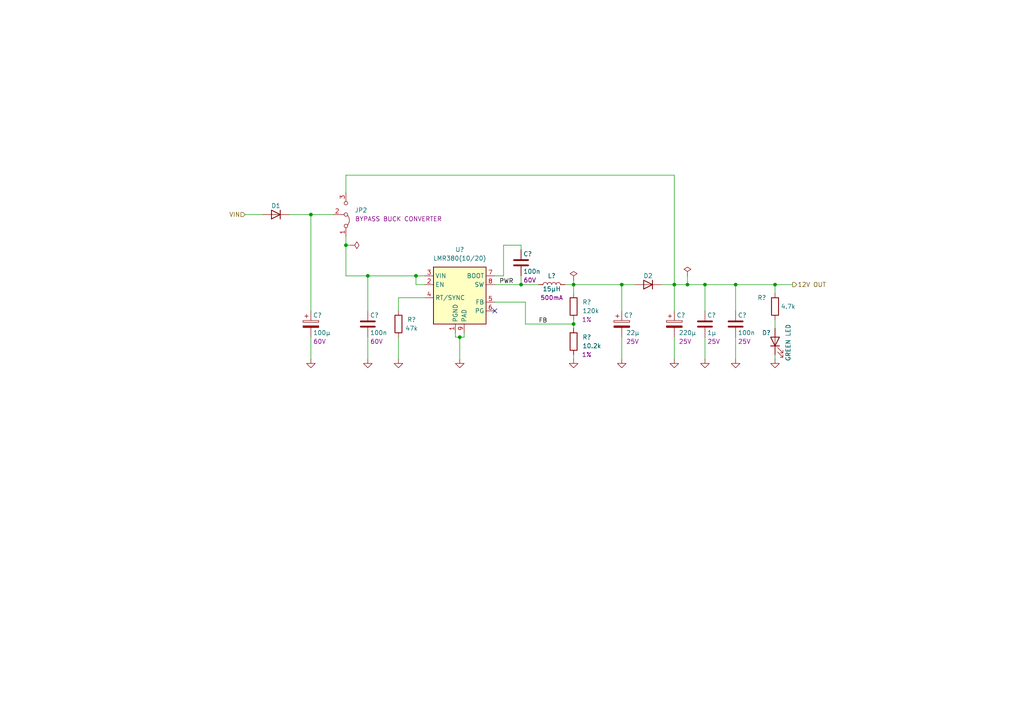
<source format=kicad_sch>
(kicad_sch (version 20230121) (generator eeschema)
  (paper "A4")
  (lib_symbols
    (symbol "Device:C" (pin_numbers hide) (pin_names (offset 0.254))
      (property "Reference" "C" (at 0.635 2.54 0))
      (property "Value" "C" (at 0.635 -2.54 0))
      (symbol "C_0_1"
        (polyline (pts (xy -2.032 -0.762) (xy 2.032 -0.762)) (stroke (width 0.508)))
        (polyline (pts (xy -2.032 0.762) (xy 2.032 0.762)) (stroke (width 0.508)))
      )
      (symbol "C_1_1"
        (pin passive line (at 0 3.81 270) (length 2.794) (name "~") (number "1"))
        (pin passive line (at 0 -3.81 90) (length 2.794) (name "~") (number "2"))
      )
    )
    (symbol "Device:C_Polarized" (pin_numbers hide) (pin_names (offset 0.254))
      (property "Reference" "C" (at 0.635 2.54 0))
      (property "Value" "C_Polarized" (at 0.635 -2.54 0))
      (symbol "C_Polarized_0_1"
        (rectangle (start -2.286 0.508) (end 2.286 1.016))
        (polyline (pts (xy -1.778 2.286) (xy -0.762 2.286)))
        (polyline (pts (xy -1.27 2.794) (xy -1.27 1.778)))
        (rectangle (start 2.286 -0.508) (end -2.286 -1.016) (fill (type outline)))
      )
      (symbol "C_Polarized_1_1"
        (pin passive line (at 0 3.81 270) (length 2.794) (name "~") (number "1"))
        (pin passive line (at 0 -3.81 90) (length 2.794) (name "~") (number "2"))
      )
    )
    (symbol "Device:D" (pin_numbers hide) (pin_names (offset 1.016) hide)
      (property "Reference" "D" (at 0 2.54 0))
      (property "Value" "D" (at 0 -2.54 0))
      (symbol "D_0_1"
        (polyline (pts (xy -1.27 1.27) (xy -1.27 -1.27)) (stroke (width 0.254)))
        (polyline (pts (xy 1.27 0) (xy -1.27 0)))
        (polyline (pts (xy 1.27 1.27) (xy 1.27 -1.27) (xy -1.27 0) (xy 1.27 1.27)) (stroke (width 0.254)))
      )
      (symbol "D_1_1"
        (pin passive line (at -3.81 0 0) (length 2.54) (name "K") (number "1"))
        (pin passive line (at 3.81 0 180) (length 2.54) (name "A") (number "2"))
      )
    )
    (symbol "Device:L" (pin_numbers hide) (pin_names (offset 1.016) hide)
      (property "Reference" "L" (at -1.27 0 90))
      (property "Value" "L" (at 1.905 0 90))
      (symbol "L_0_1"
        (arc (start 0 -2.54) (mid 0.6323 -1.905) (end 0 -1.27))
        (arc (start 0 -1.27) (mid 0.6323 -0.635) (end 0 0))
        (arc (start 0 0) (mid 0.6323 0.635) (end 0 1.27))
        (arc (start 0 1.27) (mid 0.6323 1.905) (end 0 2.54))
      )
      (symbol "L_1_1"
        (pin passive line (at 0 3.81 270) (length 1.27) (name "1") (number "1"))
        (pin passive line (at 0 -3.81 90) (length 1.27) (name "2") (number "2"))
      )
    )
    (symbol "Device:LED" (pin_numbers hide) (pin_names (offset 1.016) hide)
      (property "Reference" "D" (at 0 2.54 0))
      (property "Value" "LED" (at 0 -2.54 0))
      (symbol "LED_0_1"
        (polyline (pts (xy -1.27 -1.27) (xy -1.27 1.27)) (stroke (width 0.254)))
        (polyline (pts (xy -1.27 0) (xy 1.27 0)))
        (polyline (pts (xy 1.27 -1.27) (xy 1.27 1.27) (xy -1.27 0) (xy 1.27 -1.27)) (stroke (width 0.254)))
        (polyline (pts (xy -3.048 -0.762) (xy -4.572 -2.286) (xy -3.81 -2.286) (xy -4.572 -2.286) (xy -4.572 -1.524)))
        (polyline (pts (xy -1.778 -0.762) (xy -3.302 -2.286) (xy -2.54 -2.286) (xy -3.302 -2.286) (xy -3.302 -1.524)))
      )
      (symbol "LED_1_1"
        (pin passive line (at -3.81 0 0) (length 2.54) (name "K") (number "1"))
        (pin passive line (at 3.81 0 180) (length 2.54) (name "A") (number "2"))
      )
    )
    (symbol "Device:R" (pin_numbers hide) (pin_names (offset 0))
      (property "Reference" "R" (at 2.032 0 90))
      (property "Value" "R" (at 0 0 90))
      (symbol "R_0_1"
        (rectangle (start -1.016 -2.54) (end 1.016 2.54) (stroke (width 0.254)))
      )
      (symbol "R_1_1"
        (pin passive line (at 0 3.81 270) (length 1.27) (name "~") (number "1"))
        (pin passive line (at 0 -3.81 90) (length 1.27) (name "~") (number "2"))
      )
    )
    (symbol "Jumper:Jumper_3_Bridged12" (pin_names (offset 0) hide)
      (property "Reference" "JP" (at -2.54 -2.54 0))
      (property "Value" "Jumper_3_Bridged12" (at 0 2.794 0))
      (symbol "Jumper_3_Bridged12_0_0"
        (circle (center -3.302 0) (radius 0.508))
        (circle (center 0 0) (radius 0.508))
        (circle (center 3.302 0) (radius 0.508))
      )
      (symbol "Jumper_3_Bridged12_0_1"
        (arc (start -0.254 0.508) (mid -1.651 0.9912) (end -3.048 0.508))
        (polyline (pts (xy 0 -1.27) (xy 0 -0.508)))
      )
      (symbol "Jumper_3_Bridged12_1_1"
        (pin passive line (at -6.35 0 0) (length 2.54) (name "A") (number "1"))
        (pin passive line (at 0 -3.81 90) (length 2.54) (name "C") (number "2"))
        (pin passive line (at 6.35 0 180) (length 2.54) (name "B") (number "3"))
      )
    )
    (symbol "power:GND" (power) (pin_names (offset 0))
      (property "Value" "GND" (at 0 -3.81 0))
      (symbol "GND_0_1"
        (polyline (pts (xy 0 0) (xy 0 -1.27) (xy 1.27 -1.27) (xy 0 -2.54) (xy -1.27 -1.27) (xy 0 -1.27)))
      )
      (symbol "GND_1_1"
        (pin power_in line (at 0 0 270) (length 0) hide (name "GND") (number "1"))
      )
    )
    (symbol "power:PWR_FLAG" (power) (pin_numbers hide) (pin_names (offset 0) hide)
      (property "Value" "PWR_FLAG" (at 0 3.81 0))
      (symbol "PWR_FLAG_0_0"
        (pin power_out line (at 0 0 90) (length 0) (name "pwr") (number "1"))
      )
      (symbol "PWR_FLAG_0_1"
        (polyline (pts (xy 0 0) (xy 0 1.27) (xy -1.016 1.905) (xy 0 2.54) (xy 1.016 1.905) (xy 0 1.27)))
      )
    )
    (symbol "power_custom:LMR38020"
      (property "Reference" "U" (at 0 11.43 0))
      (property "Value" "LMR38020" (at 0 8.89 0))
      (symbol "LMR38020_0_1"
        (rectangle (start -7.62 7.62) (end 7.62 -8.89) (stroke (width 0.254)) (fill (type background)))
      )
      (symbol "LMR38020_1_1"
        (pin power_in line (at -1.27 -11.43 90) (length 2.54) (name "PGND") (number "1"))
        (pin input line (at -10.16 2.54 0) (length 2.54) (name "EN") (number "2"))
        (pin power_in line (at -10.16 5.08 0) (length 2.54) (name "VIN") (number "3"))
        (pin input line (at -10.16 -1.27 0) (length 2.54) (name "RT/SYNC") (number "4"))
        (pin input line (at 10.16 -2.54 180) (length 2.54) (name "FB") (number "5"))
        (pin open_collector line (at 10.16 -5.08 180) (length 2.54) (name "PG") (number "6"))
        (pin input line (at 10.16 5.08 180) (length 2.54) (name "BOOT") (number "7"))
        (pin output line (at 10.16 2.54 180) (length 2.54) (name "SW") (number "8"))
        (pin power_in line (at 1.27 -11.43 90) (length 2.54) (name "PAD") (number "9"))
      )
    )
  )
  (junction (at 166.37 93.98))
  (junction (at 166.37 82.55))
  (junction (at 195.58 82.55))
  (junction (at 224.79 82.55))
  (junction (at 133.35 97.79))
  (junction (at 199.39 82.55))
  (junction (at 213.36 82.55))
  (junction (at 100.33 71.12))
  (junction (at 180.34 82.55))
  (junction (at 151.13 82.55))
  (junction (at 120.65 80.01))
  (junction (at 90.17 62.23))
  (junction (at 106.68 80.01))
  (junction (at 204.47 82.55))
  (no_connect (at 143.51 90.17))
  (wire (pts (xy 134.62 97.79) (xy 134.62 96.52)))
  (wire (pts (xy 204.47 82.55) (xy 204.47 90.17)))
  (wire (pts (xy 106.68 90.17) (xy 106.68 80.01)))
  (wire (pts (xy 100.33 71.12) (xy 101.6 71.12)))
  (wire (pts (xy 90.17 62.23) (xy 90.17 90.17)))
  (wire (pts (xy 166.37 85.09) (xy 166.37 82.55)))
  (wire (pts (xy 133.35 97.79) (xy 133.35 104.14)))
  (wire (pts (xy 151.13 82.55) (xy 156.21 82.55)))
  (wire (pts (xy 146.05 71.12) (xy 151.13 71.12)))
  (wire (pts (xy 133.35 97.79) (xy 134.62 97.79)))
  (wire (pts (xy 100.33 50.8) (xy 195.58 50.8)))
  (wire (pts (xy 166.37 82.55) (xy 180.34 82.55)))
  (wire (pts (xy 100.33 71.12) (xy 100.33 80.01)))
  (wire (pts (xy 106.68 80.01) (xy 120.65 80.01)))
  (wire (pts (xy 195.58 82.55) (xy 195.58 90.17)))
  (wire (pts (xy 100.33 68.58) (xy 100.33 71.12)))
  (wire (pts (xy 204.47 82.55) (xy 213.36 82.55)))
  (wire (pts (xy 100.33 80.01) (xy 106.68 80.01)))
  (wire (pts (xy 195.58 82.55) (xy 199.39 82.55)))
  (wire (pts (xy 143.51 82.55) (xy 151.13 82.55)))
  (wire (pts (xy 123.19 82.55) (xy 120.65 82.55)))
  (wire (pts (xy 166.37 82.55) (xy 163.83 82.55)))
  (wire (pts (xy 152.4 87.63) (xy 143.51 87.63)))
  (wire (pts (xy 224.79 102.87) (xy 224.79 104.14)))
  (wire (pts (xy 195.58 97.79) (xy 195.58 104.14)))
  (wire (pts (xy 195.58 50.8) (xy 195.58 82.55)))
  (wire (pts (xy 146.05 80.01) (xy 146.05 71.12)))
  (wire (pts (xy 100.33 55.88) (xy 100.33 50.8)))
  (wire (pts (xy 166.37 93.98) (xy 166.37 95.25)))
  (wire (pts (xy 166.37 92.71) (xy 166.37 93.98)))
  (wire (pts (xy 180.34 82.55) (xy 184.15 82.55)))
  (wire (pts (xy 213.36 82.55) (xy 224.79 82.55)))
  (wire (pts (xy 199.39 80.01) (xy 199.39 82.55)))
  (wire (pts (xy 90.17 97.79) (xy 90.17 104.14)))
  (wire (pts (xy 151.13 71.12) (xy 151.13 72.39)))
  (wire (pts (xy 166.37 81.28) (xy 166.37 82.55)))
  (wire (pts (xy 213.36 97.79) (xy 213.36 104.14)))
  (wire (pts (xy 180.34 82.55) (xy 180.34 90.17)))
  (wire (pts (xy 204.47 97.79) (xy 204.47 104.14)))
  (wire (pts (xy 151.13 80.01) (xy 151.13 82.55)))
  (wire (pts (xy 120.65 82.55) (xy 120.65 80.01)))
  (wire (pts (xy 224.79 82.55) (xy 224.79 85.09)))
  (wire (pts (xy 132.08 96.52) (xy 132.08 97.79)))
  (wire (pts (xy 71.12 62.23) (xy 76.2 62.23)))
  (wire (pts (xy 143.51 80.01) (xy 146.05 80.01)))
  (wire (pts (xy 199.39 82.55) (xy 204.47 82.55)))
  (wire (pts (xy 224.79 92.71) (xy 224.79 95.25)))
  (wire (pts (xy 213.36 82.55) (xy 213.36 90.17)))
  (wire (pts (xy 191.77 82.55) (xy 195.58 82.55)))
  (wire (pts (xy 115.57 86.36) (xy 115.57 90.17)))
  (wire (pts (xy 132.08 97.79) (xy 133.35 97.79)))
  (wire (pts (xy 120.65 80.01) (xy 123.19 80.01)))
  (wire (pts (xy 115.57 97.79) (xy 115.57 104.14)))
  (wire (pts (xy 152.4 93.98) (xy 152.4 87.63)))
  (wire (pts (xy 166.37 102.87) (xy 166.37 104.14)))
  (wire (pts (xy 83.82 62.23) (xy 90.17 62.23)))
  (wire (pts (xy 166.37 93.98) (xy 152.4 93.98)))
  (wire (pts (xy 123.19 86.36) (xy 115.57 86.36)))
  (wire (pts (xy 224.79 82.55) (xy 229.87 82.55)))
  (wire (pts (xy 106.68 97.79) (xy 106.68 104.14)))
  (wire (pts (xy 180.34 97.79) (xy 180.34 104.14)))
  (wire (pts (xy 90.17 62.23) (xy 96.52 62.23)))
  (label "PWR" (at 144.78 82.55 0))
  (label "FB" (at 156.21 93.98 0))
  (hierarchical_label "VIN" (shape input) (at 71.12 62.23 180))
  (hierarchical_label "12V OUT" (shape output) (at 229.87 82.55 0))
  (symbol (lib_id "power:GND") (at 166.37 104.14 0) (unit 1)
    (property "Reference" "#PWR?" (effects hide))
    (property "Value" "GND" (effects hide))
    (instances (project "main" (path "" (reference "#PWR?") (unit 1)) (path "" (reference "#PWR0104") (unit 1))) (project "fast_pwm_controller" (path "" (reference "#PWR042") (unit 1))))
  )
  (symbol (lib_id "Device:D") (at 80.01 62.23 180) (unit 1)
    (property "Reference" "D1" (at 80.01 59.69 0))
    (property "Value" "1N4148" (effects hide))
    (property "Footprint" "Diode_SMD:D_SOD-123" (effects hide))
    (property "Sim.Device" "D" (effects hide))
    (property "Sim.Pins" "1=K 2=A" (effects hide))
    (property "Shop" "https://www.digikey.com/en/products/detail/nextgen-components/1N4148W/14309635" (effects hide))
  )
  (symbol (lib_id "power:PWR_FLAG") (at 166.37 81.28 0) (unit 1)
    (property "Reference" "#FLG?" (effects hide))
    (property "Value" "PWR_FLAG" (effects hide))
    (instances (project "main" (path "" (reference "#FLG?") (unit 1)) (path "" (reference "#FLG04") (unit 1))) (project "fast_pwm_controller" (path "" (reference "#FLG04") (unit 1))))
  )
  (symbol (lib_id "power:GND") (at 133.35 104.14 0) (unit 1)
    (property "Reference" "#PWR?" (effects hide))
    (property "Value" "GND" (effects hide))
    (instances (project "main" (path "" (reference "#PWR?") (unit 1)) (path "" (reference "#PWR0103") (unit 1))) (project "fast_pwm_controller" (path "" (reference "#PWR041") (unit 1))))
  )
  (symbol (lib_id "Device:R") (at 224.79 88.9 180) (unit 1)
    (property "Reference" "R?" (at 220.98 86.36 0))
    (property "Value" "4.7k" (at 228.6 88.9 0))
    (property "Footprint" "Resistor_SMD:R_0805_2012Metric" (effects hide))
    (instances (project "main" (path "" (reference "R?") (unit 1)) (path "" (reference "R14") (unit 1))) (project "fast_pwm_controller" (path "" (reference "R17") (unit 1))))
  )
  (symbol (lib_id "power:GND") (at 90.17 104.14 0) (unit 1)
    (property "Reference" "#PWR?" (effects hide))
    (property "Value" "GND" (effects hide))
    (instances (project "main" (path "" (reference "#PWR?") (unit 1)) (path "" (reference "#PWR0100") (unit 1))) (project "fast_pwm_controller" (path "" (reference "#PWR038") (unit 1))))
  )
  (symbol (lib_id "power:PWR_FLAG") (at 101.6 71.12 270) (unit 1)
    (property "Reference" "#FLG03" (effects hide))
    (property "Value" "PWR_FLAG" (effects hide))
  )
  (symbol (lib_id "power:GND") (at 115.57 104.14 0) (unit 1)
    (property "Reference" "#PWR?" (effects hide))
    (property "Value" "GND" (effects hide))
    (instances (project "main" (path "" (reference "#PWR?") (unit 1)) (path "" (reference "#PWR0102") (unit 1))) (project "fast_pwm_controller" (path "" (reference "#PWR040") (unit 1))))
  )
  (symbol (lib_id "power:PWR_FLAG") (at 199.39 80.01 0) (unit 1)
    (property "Reference" "#FLG05" (effects hide))
    (property "Value" "PWR_FLAG" (effects hide))
  )
  (symbol (lib_id "Device:C") (at 204.47 93.98 0) (unit 1)
    (property "Reference" "C?" (at 205.105 91.44 0) (effects (justify left)))
    (property "Value" "1μ" (at 205.105 96.52 0) (effects (justify left)))
    (property "Footprint" "Capacitor_SMD:C_0805_2012Metric" (effects hide))
    (property "Info" "25V" (at 207.01 99.06 0))
    (instances (project "main" (path "" (reference "C?") (unit 1)) (path "" (reference "C7") (unit 1))) (project "fast_pwm_controller" (path "" (reference "C14") (unit 1))))
  )
  (symbol (lib_id "power_custom:LMR38020") (at 133.35 85.09 0) (unit 1)
    (property "Reference" "U?" (at 133.35 72.39 0))
    (property "Value" "LMR380(10/20)" (at 133.35 74.93 0))
    (property "Footprint" "Package_SO:Texas_R-PDSO-G8_EP2.95x4.9mm_Mask2.4x3.1mm" (effects hide))
    (property "Datasheet" "https://www.ti.com/lit/ds/symlink/lmr38020-q1.pdf" (effects hide))
    (property "Shop" "https://eu.mouser.com/ProductDetail/Texas-Instruments/LMR38020FDDAR?qs=Li%252BoUPsLEnv2har3ftPY1A%3D%3D" (effects hide))
    (instances (project "main" (path "" (reference "U?") (unit 1)) (path "" (reference "U4") (unit 1))) (project "fast_pwm_controller" (path "" (reference "U5") (unit 1))))
  )
  (symbol (lib_id "Device:LED") (at 224.79 99.06 90) (unit 1)
    (property "Reference" "D?" (at 220.98 96.52 90) (effects (justify right)))
    (property "Value" "GREEN LED" (at 228.6 93.98 0) (effects (justify right)))
    (property "Footprint" "LED_SMD:LED_0805_2012Metric" (effects hide))
    (instances (project "main" (path "" (reference "D?") (unit 1)) (path "" (reference "D2") (unit 1))) (project "fast_pwm_controller" (path "" (reference "D3") (unit 1))))
  )
  (symbol (lib_id "Jumper:Jumper_3_Bridged12") (at 100.33 62.23 270) (mirror x) (unit 1)
    (property "Reference" "JP2" (at 102.87 60.96 90) (effects (justify left)))
    (property "Value" "Jumper_3" (effects hide))
    (property "Footprint" "Connector_PinHeader_2.54mm:PinHeader_1x03_P2.54mm_Vertical" (effects hide))
    (property "Purpose" "BYPASS BUCK CONVERTER" (at 115.57 63.5 90))
  )
  (symbol (lib_id "Device:C_Polarized") (at 180.34 93.98 0) (unit 1)
    (property "Reference" "C?" (at 180.975 91.44 0) (effects (justify left)))
    (property "Value" "22μ" (at 181.61 96.52 0) (effects (justify left)))
    (property "Footprint" "Capacitor_THT:CP_Radial_D5.0mm_P2.00mm" (effects hide))
    (property "Shop" "https://www.digikey.com/en/products/detail/w%C3%BCrth-elektronik/860010472003/5726874" (effects hide))
    (property "Info" "25V" (at 181.61 99.06 0) (effects (justify left)))
    (instances (project "main" (path "" (reference "C?") (unit 1)) (path "" (reference "C1") (unit 1))) (project "fast_pwm_controller" (path "" (reference "C12") (unit 1))))
  )
  (symbol (lib_id "Device:D") (at 187.96 82.55 180) (unit 1)
    (property "Reference" "D2" (at 187.96 80.01 0))
    (property "Value" "1N4148" (effects hide))
    (property "Footprint" "Diode_SMD:D_SOD-123" (effects hide))
    (property "Sim.Device" "D" (effects hide))
    (property "Sim.Pins" "1=K 2=A" (effects hide))
    (property "Shop" "https://www.digikey.com/en/products/detail/nextgen-components/1N4148W/14309635" (effects hide))
  )
  (symbol (lib_id "Device:R") (at 166.37 99.06 180) (unit 1)
    (property "Reference" "R?" (at 168.91 97.79 0) (effects (justify right)))
    (property "Value" "10.2k" (at 168.91 100.33 0) (effects (justify right)))
    (property "Footprint" "Resistor_SMD:R_0805_2012Metric" (effects hide))
    (property "Info" "1%" (at 170.18 102.87 0))
    (instances (project "main" (path "" (reference "R?") (unit 1)) (path "" (reference "R15") (unit 1))) (project "fast_pwm_controller" (path "" (reference "R16") (unit 1))))
  )
  (symbol (lib_id "power:GND") (at 180.34 104.14 0) (unit 1)
    (property "Reference" "#PWR?" (effects hide))
    (property "Value" "GND" (effects hide))
    (instances (project "main" (path "" (reference "#PWR?") (unit 1)) (path "" (reference "#PWR0105") (unit 1))) (project "fast_pwm_controller" (path "" (reference "#PWR043") (unit 1))))
  )
  (symbol (lib_id "Device:R") (at 166.37 88.9 180) (unit 1)
    (property "Reference" "R?" (at 168.91 87.63 0) (effects (justify right)))
    (property "Value" "120k" (at 168.91 90.17 0) (effects (justify right)))
    (property "Footprint" "Resistor_SMD:R_0805_2012Metric" (effects hide))
    (property "Info" "1%" (at 170.18 92.71 0))
    (instances (project "main" (path "" (reference "R?") (unit 1)) (path "" (reference "R15") (unit 1))) (project "fast_pwm_controller" (path "" (reference "R15") (unit 1))))
  )
  (symbol (lib_id "power:GND") (at 224.79 104.14 0) (unit 1)
    (property "Reference" "#PWR?" (effects hide))
    (property "Value" "GND" (effects hide))
    (instances (project "main" (path "" (reference "#PWR?") (unit 1)) (path "" (reference "#PWR0108") (unit 1))) (project "fast_pwm_controller" (path "" (reference "#PWR047") (unit 1))))
  )
  (symbol (lib_id "Device:R") (at 115.57 93.98 180) (unit 1)
    (property "Reference" "R?" (at 119.38 92.71 0))
    (property "Value" "47k" (at 119.38 95.25 0))
    (property "Footprint" "Resistor_SMD:R_0805_2012Metric" (effects hide))
    (instances (project "main" (path "" (reference "R?") (unit 1)) (path "" (reference "R13") (unit 1))) (project "fast_pwm_controller" (path "" (reference "R14") (unit 1))))
  )
  (symbol (lib_id "Device:C_Polarized") (at 195.58 93.98 0) (unit 1)
    (property "Reference" "C?" (at 196.215 91.44 0) (effects (justify left)))
    (property "Value" "220μ" (at 196.85 96.52 0) (effects (justify left)))
    (property "Footprint" "Capacitor_THT:CP_Radial_D8.0mm_P3.50mm" (effects hide))
    (property "Shop" "https://eu.mouser.com/ProductDetail/Wurth-Elektronik/870575574003?qs=9vOqFld9vZVq49VTGG%252B8xw%3D%3D" (effects hide))
    (property "Info" "25V" (at 196.85 99.06 0) (effects (justify left)))
    (instances (project "main" (path "" (reference "C?") (unit 1)) (path "" (reference "C1") (unit 1))) (project "fast_pwm_controller" (path "" (reference "C13") (unit 1))))
  )
  (symbol (lib_id "power:GND") (at 195.58 104.14 0) (unit 1)
    (property "Reference" "#PWR?" (effects hide))
    (property "Value" "GND" (effects hide))
    (instances (project "main" (path "" (reference "#PWR?") (unit 1)) (path "" (reference "#PWR0105") (unit 1))) (project "fast_pwm_controller" (path "" (reference "#PWR044") (unit 1))))
  )
  (symbol (lib_id "Device:C") (at 213.36 93.98 0) (unit 1)
    (property "Reference" "C?" (at 213.995 91.44 0) (effects (justify left)))
    (property "Value" "100n" (at 213.995 96.52 0) (effects (justify left)))
    (property "Footprint" "Capacitor_SMD:C_0805_2012Metric" (effects hide))
    (property "Info" "25V" (at 215.9 99.06 0))
    (instances (project "main" (path "" (reference "C?") (unit 1)) (path "" (reference "C6") (unit 1))) (project "fast_pwm_controller" (path "" (reference "C15") (unit 1))))
  )
  (symbol (lib_id "power:GND") (at 213.36 104.14 0) (unit 1)
    (property "Reference" "#PWR?" (effects hide))
    (property "Value" "GND" (effects hide))
    (instances (project "main" (path "" (reference "#PWR?") (unit 1)) (path "" (reference "#PWR0107") (unit 1))) (project "fast_pwm_controller" (path "" (reference "#PWR046") (unit 1))))
  )
  (symbol (lib_id "Device:L") (at 160.02 82.55 90) (unit 1)
    (property "Reference" "L?" (at 160.02 80.01 90))
    (property "Value" "15μH" (at 160.02 83.82 90))
    (property "Footprint" "Inductor_SMD:L_Taiyo-Yuden_MD-3030" (effects hide))
    (property "Info" "500mA" (at 160.02 86.36 90))
    (property "Shop" "https://www.digikey.com/en/products/detail/murata-electronics/LQH3NPN150MMEL/6799372" (effects hide))
    (instances (project "main" (path "" (reference "L?") (unit 1)) (path "" (reference "L1") (unit 1))) (project "fast_pwm_controller" (path "" (reference "L1") (unit 1))))
  )
  (symbol (lib_id "power:GND") (at 106.68 104.14 0) (unit 1)
    (property "Reference" "#PWR?" (effects hide))
    (property "Value" "GND" (effects hide))
    (instances (project "main" (path "" (reference "#PWR?") (unit 1)) (path "" (reference "#PWR0101") (unit 1))) (project "fast_pwm_controller" (path "" (reference "#PWR039") (unit 1))))
  )
  (symbol (lib_id "Device:C") (at 151.13 76.2 0) (unit 1)
    (property "Reference" "C?" (at 151.765 73.66 0) (effects (justify left)))
    (property "Value" "100n" (at 151.765 78.74 0) (effects (justify left)))
    (property "Footprint" "Capacitor_SMD:C_0805_2012Metric" (effects hide))
    (property "Info" "60V" (at 153.67 81.28 0))
    (instances (project "main" (path "" (reference "C?") (unit 1)) (path "" (reference "C8") (unit 1))) (project "fast_pwm_controller" (path "" (reference "C11") (unit 1))))
  )
  (symbol (lib_id "power:GND") (at 204.47 104.14 0) (unit 1)
    (property "Reference" "#PWR?" (effects hide))
    (property "Value" "GND" (effects hide))
    (instances (project "main" (path "" (reference "#PWR?") (unit 1)) (path "" (reference "#PWR0106") (unit 1))) (project "fast_pwm_controller" (path "" (reference "#PWR045") (unit 1))))
  )
  (symbol (lib_id "Device:C_Polarized") (at 90.17 93.98 0) (unit 1)
    (property "Reference" "C?" (at 90.805 91.44 0) (effects (justify left)))
    (property "Value" "100μ" (at 90.805 96.52 0) (effects (justify left)))
    (property "Footprint" "Capacitor_THT:CP_Radial_D8.0mm_P5.00mm" (effects hide))
    (property "Shop" "https://eu.mouser.com/ProductDetail/Panasonic/ECA-1JM101B?qs=sGAEpiMZZMsh%252B1woXyUXjwZRX3FJcpeVfLIwCh%2FrPmg%3D" (effects hide))
    (property "Info" "60V" (at 92.71 99.06 0))
    (instances (project "main" (path "" (reference "C?") (unit 1)) (path "" (reference "C2") (unit 1))) (project "fast_pwm_controller" (path "" (reference "C9") (unit 1))))
  )
  (symbol (lib_id "Device:C") (at 106.68 93.98 0) (unit 1)
    (property "Reference" "C?" (at 107.315 91.44 0) (effects (justify left)))
    (property "Value" "100n" (at 107.315 96.52 0) (effects (justify left)))
    (property "Footprint" "Capacitor_SMD:C_0805_2012Metric" (effects hide))
    (property "Info" "60V" (at 109.22 99.06 0))
    (instances (project "main" (path "" (reference "C?") (unit 1)) (path "" (reference "C5") (unit 1))) (project "fast_pwm_controller" (path "" (reference "C10") (unit 1))))
  )
)
</source>
